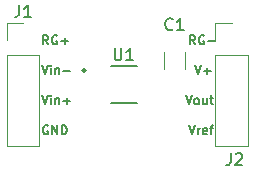
<source format=gbr>
%TF.GenerationSoftware,KiCad,Pcbnew,9.0.2*%
%TF.CreationDate,2025-07-09T22:05:43-04:00*%
%TF.ProjectId,inst_amp_ina333,696e7374-5f61-46d7-905f-696e61333333,rev?*%
%TF.SameCoordinates,Original*%
%TF.FileFunction,Legend,Top*%
%TF.FilePolarity,Positive*%
%FSLAX46Y46*%
G04 Gerber Fmt 4.6, Leading zero omitted, Abs format (unit mm)*
G04 Created by KiCad (PCBNEW 9.0.2) date 2025-07-09 22:05:43*
%MOMM*%
%LPD*%
G01*
G04 APERTURE LIST*
%ADD10C,0.177800*%
%ADD11C,0.150000*%
%ADD12C,0.250000*%
%ADD13C,0.120000*%
G04 APERTURE END LIST*
D10*
X143699544Y-70763499D02*
X143953544Y-71525499D01*
X143953544Y-71525499D02*
X144207544Y-70763499D01*
X144461544Y-71525499D02*
X144461544Y-71017499D01*
X144461544Y-71162642D02*
X144497830Y-71090071D01*
X144497830Y-71090071D02*
X144534116Y-71053785D01*
X144534116Y-71053785D02*
X144606687Y-71017499D01*
X144606687Y-71017499D02*
X144679258Y-71017499D01*
X145223544Y-71489214D02*
X145150972Y-71525499D01*
X145150972Y-71525499D02*
X145005830Y-71525499D01*
X145005830Y-71525499D02*
X144933258Y-71489214D01*
X144933258Y-71489214D02*
X144896972Y-71416642D01*
X144896972Y-71416642D02*
X144896972Y-71126356D01*
X144896972Y-71126356D02*
X144933258Y-71053785D01*
X144933258Y-71053785D02*
X145005830Y-71017499D01*
X145005830Y-71017499D02*
X145150972Y-71017499D01*
X145150972Y-71017499D02*
X145223544Y-71053785D01*
X145223544Y-71053785D02*
X145259830Y-71126356D01*
X145259830Y-71126356D02*
X145259830Y-71198928D01*
X145259830Y-71198928D02*
X144896972Y-71271499D01*
X145477544Y-71017499D02*
X145767830Y-71017499D01*
X145586401Y-71525499D02*
X145586401Y-70872356D01*
X145586401Y-70872356D02*
X145622687Y-70799785D01*
X145622687Y-70799785D02*
X145695258Y-70763499D01*
X145695258Y-70763499D02*
X145767830Y-70763499D01*
X143445544Y-68223499D02*
X143699544Y-68985499D01*
X143699544Y-68985499D02*
X143953544Y-68223499D01*
X144316401Y-68985499D02*
X144243830Y-68949214D01*
X144243830Y-68949214D02*
X144207544Y-68912928D01*
X144207544Y-68912928D02*
X144171258Y-68840356D01*
X144171258Y-68840356D02*
X144171258Y-68622642D01*
X144171258Y-68622642D02*
X144207544Y-68550071D01*
X144207544Y-68550071D02*
X144243830Y-68513785D01*
X144243830Y-68513785D02*
X144316401Y-68477499D01*
X144316401Y-68477499D02*
X144425258Y-68477499D01*
X144425258Y-68477499D02*
X144497830Y-68513785D01*
X144497830Y-68513785D02*
X144534116Y-68550071D01*
X144534116Y-68550071D02*
X144570401Y-68622642D01*
X144570401Y-68622642D02*
X144570401Y-68840356D01*
X144570401Y-68840356D02*
X144534116Y-68912928D01*
X144534116Y-68912928D02*
X144497830Y-68949214D01*
X144497830Y-68949214D02*
X144425258Y-68985499D01*
X144425258Y-68985499D02*
X144316401Y-68985499D01*
X145223545Y-68477499D02*
X145223545Y-68985499D01*
X144896973Y-68477499D02*
X144896973Y-68876642D01*
X144896973Y-68876642D02*
X144933259Y-68949214D01*
X144933259Y-68949214D02*
X145005830Y-68985499D01*
X145005830Y-68985499D02*
X145114687Y-68985499D01*
X145114687Y-68985499D02*
X145187259Y-68949214D01*
X145187259Y-68949214D02*
X145223545Y-68912928D01*
X145477545Y-68477499D02*
X145767831Y-68477499D01*
X145586402Y-68223499D02*
X145586402Y-68876642D01*
X145586402Y-68876642D02*
X145622688Y-68949214D01*
X145622688Y-68949214D02*
X145695259Y-68985499D01*
X145695259Y-68985499D02*
X145767831Y-68985499D01*
X144207544Y-65683499D02*
X144461544Y-66445499D01*
X144461544Y-66445499D02*
X144715544Y-65683499D01*
X144969544Y-66155214D02*
X145550116Y-66155214D01*
X145259830Y-66445499D02*
X145259830Y-65864928D01*
X144243830Y-63905499D02*
X143989830Y-63542642D01*
X143808401Y-63905499D02*
X143808401Y-63143499D01*
X143808401Y-63143499D02*
X144098687Y-63143499D01*
X144098687Y-63143499D02*
X144171258Y-63179785D01*
X144171258Y-63179785D02*
X144207544Y-63216071D01*
X144207544Y-63216071D02*
X144243830Y-63288642D01*
X144243830Y-63288642D02*
X144243830Y-63397499D01*
X144243830Y-63397499D02*
X144207544Y-63470071D01*
X144207544Y-63470071D02*
X144171258Y-63506356D01*
X144171258Y-63506356D02*
X144098687Y-63542642D01*
X144098687Y-63542642D02*
X143808401Y-63542642D01*
X144969544Y-63179785D02*
X144896973Y-63143499D01*
X144896973Y-63143499D02*
X144788115Y-63143499D01*
X144788115Y-63143499D02*
X144679258Y-63179785D01*
X144679258Y-63179785D02*
X144606687Y-63252356D01*
X144606687Y-63252356D02*
X144570401Y-63324928D01*
X144570401Y-63324928D02*
X144534115Y-63470071D01*
X144534115Y-63470071D02*
X144534115Y-63578928D01*
X144534115Y-63578928D02*
X144570401Y-63724071D01*
X144570401Y-63724071D02*
X144606687Y-63796642D01*
X144606687Y-63796642D02*
X144679258Y-63869214D01*
X144679258Y-63869214D02*
X144788115Y-63905499D01*
X144788115Y-63905499D02*
X144860687Y-63905499D01*
X144860687Y-63905499D02*
X144969544Y-63869214D01*
X144969544Y-63869214D02*
X145005830Y-63832928D01*
X145005830Y-63832928D02*
X145005830Y-63578928D01*
X145005830Y-63578928D02*
X144860687Y-63578928D01*
X145332401Y-63615214D02*
X145912973Y-63615214D01*
X131761544Y-70799785D02*
X131688973Y-70763499D01*
X131688973Y-70763499D02*
X131580115Y-70763499D01*
X131580115Y-70763499D02*
X131471258Y-70799785D01*
X131471258Y-70799785D02*
X131398687Y-70872356D01*
X131398687Y-70872356D02*
X131362401Y-70944928D01*
X131362401Y-70944928D02*
X131326115Y-71090071D01*
X131326115Y-71090071D02*
X131326115Y-71198928D01*
X131326115Y-71198928D02*
X131362401Y-71344071D01*
X131362401Y-71344071D02*
X131398687Y-71416642D01*
X131398687Y-71416642D02*
X131471258Y-71489214D01*
X131471258Y-71489214D02*
X131580115Y-71525499D01*
X131580115Y-71525499D02*
X131652687Y-71525499D01*
X131652687Y-71525499D02*
X131761544Y-71489214D01*
X131761544Y-71489214D02*
X131797830Y-71452928D01*
X131797830Y-71452928D02*
X131797830Y-71198928D01*
X131797830Y-71198928D02*
X131652687Y-71198928D01*
X132124401Y-71525499D02*
X132124401Y-70763499D01*
X132124401Y-70763499D02*
X132559830Y-71525499D01*
X132559830Y-71525499D02*
X132559830Y-70763499D01*
X132922687Y-71525499D02*
X132922687Y-70763499D01*
X132922687Y-70763499D02*
X133104116Y-70763499D01*
X133104116Y-70763499D02*
X133212973Y-70799785D01*
X133212973Y-70799785D02*
X133285544Y-70872356D01*
X133285544Y-70872356D02*
X133321830Y-70944928D01*
X133321830Y-70944928D02*
X133358116Y-71090071D01*
X133358116Y-71090071D02*
X133358116Y-71198928D01*
X133358116Y-71198928D02*
X133321830Y-71344071D01*
X133321830Y-71344071D02*
X133285544Y-71416642D01*
X133285544Y-71416642D02*
X133212973Y-71489214D01*
X133212973Y-71489214D02*
X133104116Y-71525499D01*
X133104116Y-71525499D02*
X132922687Y-71525499D01*
X131253544Y-68223499D02*
X131507544Y-68985499D01*
X131507544Y-68985499D02*
X131761544Y-68223499D01*
X132015544Y-68985499D02*
X132015544Y-68477499D01*
X132015544Y-68223499D02*
X131979258Y-68259785D01*
X131979258Y-68259785D02*
X132015544Y-68296071D01*
X132015544Y-68296071D02*
X132051830Y-68259785D01*
X132051830Y-68259785D02*
X132015544Y-68223499D01*
X132015544Y-68223499D02*
X132015544Y-68296071D01*
X132378401Y-68477499D02*
X132378401Y-68985499D01*
X132378401Y-68550071D02*
X132414687Y-68513785D01*
X132414687Y-68513785D02*
X132487258Y-68477499D01*
X132487258Y-68477499D02*
X132596115Y-68477499D01*
X132596115Y-68477499D02*
X132668687Y-68513785D01*
X132668687Y-68513785D02*
X132704973Y-68586356D01*
X132704973Y-68586356D02*
X132704973Y-68985499D01*
X133067830Y-68695214D02*
X133648402Y-68695214D01*
X133358116Y-68985499D02*
X133358116Y-68404928D01*
X131797830Y-63905499D02*
X131543830Y-63542642D01*
X131362401Y-63905499D02*
X131362401Y-63143499D01*
X131362401Y-63143499D02*
X131652687Y-63143499D01*
X131652687Y-63143499D02*
X131725258Y-63179785D01*
X131725258Y-63179785D02*
X131761544Y-63216071D01*
X131761544Y-63216071D02*
X131797830Y-63288642D01*
X131797830Y-63288642D02*
X131797830Y-63397499D01*
X131797830Y-63397499D02*
X131761544Y-63470071D01*
X131761544Y-63470071D02*
X131725258Y-63506356D01*
X131725258Y-63506356D02*
X131652687Y-63542642D01*
X131652687Y-63542642D02*
X131362401Y-63542642D01*
X132523544Y-63179785D02*
X132450973Y-63143499D01*
X132450973Y-63143499D02*
X132342115Y-63143499D01*
X132342115Y-63143499D02*
X132233258Y-63179785D01*
X132233258Y-63179785D02*
X132160687Y-63252356D01*
X132160687Y-63252356D02*
X132124401Y-63324928D01*
X132124401Y-63324928D02*
X132088115Y-63470071D01*
X132088115Y-63470071D02*
X132088115Y-63578928D01*
X132088115Y-63578928D02*
X132124401Y-63724071D01*
X132124401Y-63724071D02*
X132160687Y-63796642D01*
X132160687Y-63796642D02*
X132233258Y-63869214D01*
X132233258Y-63869214D02*
X132342115Y-63905499D01*
X132342115Y-63905499D02*
X132414687Y-63905499D01*
X132414687Y-63905499D02*
X132523544Y-63869214D01*
X132523544Y-63869214D02*
X132559830Y-63832928D01*
X132559830Y-63832928D02*
X132559830Y-63578928D01*
X132559830Y-63578928D02*
X132414687Y-63578928D01*
X132886401Y-63615214D02*
X133466973Y-63615214D01*
X133176687Y-63905499D02*
X133176687Y-63324928D01*
X131253544Y-65683499D02*
X131507544Y-66445499D01*
X131507544Y-66445499D02*
X131761544Y-65683499D01*
X132015544Y-66445499D02*
X132015544Y-65937499D01*
X132015544Y-65683499D02*
X131979258Y-65719785D01*
X131979258Y-65719785D02*
X132015544Y-65756071D01*
X132015544Y-65756071D02*
X132051830Y-65719785D01*
X132051830Y-65719785D02*
X132015544Y-65683499D01*
X132015544Y-65683499D02*
X132015544Y-65756071D01*
X132378401Y-65937499D02*
X132378401Y-66445499D01*
X132378401Y-66010071D02*
X132414687Y-65973785D01*
X132414687Y-65973785D02*
X132487258Y-65937499D01*
X132487258Y-65937499D02*
X132596115Y-65937499D01*
X132596115Y-65937499D02*
X132668687Y-65973785D01*
X132668687Y-65973785D02*
X132704973Y-66046356D01*
X132704973Y-66046356D02*
X132704973Y-66445499D01*
X133067830Y-66155214D02*
X133648402Y-66155214D01*
D11*
X137414095Y-64224819D02*
X137414095Y-65034342D01*
X137414095Y-65034342D02*
X137461714Y-65129580D01*
X137461714Y-65129580D02*
X137509333Y-65177200D01*
X137509333Y-65177200D02*
X137604571Y-65224819D01*
X137604571Y-65224819D02*
X137795047Y-65224819D01*
X137795047Y-65224819D02*
X137890285Y-65177200D01*
X137890285Y-65177200D02*
X137937904Y-65129580D01*
X137937904Y-65129580D02*
X137985523Y-65034342D01*
X137985523Y-65034342D02*
X137985523Y-64224819D01*
X138985523Y-65224819D02*
X138414095Y-65224819D01*
X138699809Y-65224819D02*
X138699809Y-64224819D01*
X138699809Y-64224819D02*
X138604571Y-64367676D01*
X138604571Y-64367676D02*
X138509333Y-64462914D01*
X138509333Y-64462914D02*
X138414095Y-64510533D01*
X147240666Y-73114819D02*
X147240666Y-73829104D01*
X147240666Y-73829104D02*
X147193047Y-73971961D01*
X147193047Y-73971961D02*
X147097809Y-74067200D01*
X147097809Y-74067200D02*
X146954952Y-74114819D01*
X146954952Y-74114819D02*
X146859714Y-74114819D01*
X147669238Y-73210057D02*
X147716857Y-73162438D01*
X147716857Y-73162438D02*
X147812095Y-73114819D01*
X147812095Y-73114819D02*
X148050190Y-73114819D01*
X148050190Y-73114819D02*
X148145428Y-73162438D01*
X148145428Y-73162438D02*
X148193047Y-73210057D01*
X148193047Y-73210057D02*
X148240666Y-73305295D01*
X148240666Y-73305295D02*
X148240666Y-73400533D01*
X148240666Y-73400533D02*
X148193047Y-73543390D01*
X148193047Y-73543390D02*
X147621619Y-74114819D01*
X147621619Y-74114819D02*
X148240666Y-74114819D01*
X129333666Y-60574819D02*
X129333666Y-61289104D01*
X129333666Y-61289104D02*
X129286047Y-61431961D01*
X129286047Y-61431961D02*
X129190809Y-61527200D01*
X129190809Y-61527200D02*
X129047952Y-61574819D01*
X129047952Y-61574819D02*
X128952714Y-61574819D01*
X130333666Y-61574819D02*
X129762238Y-61574819D01*
X130047952Y-61574819D02*
X130047952Y-60574819D01*
X130047952Y-60574819D02*
X129952714Y-60717676D01*
X129952714Y-60717676D02*
X129857476Y-60812914D01*
X129857476Y-60812914D02*
X129762238Y-60860533D01*
X142327333Y-62589580D02*
X142279714Y-62637200D01*
X142279714Y-62637200D02*
X142136857Y-62684819D01*
X142136857Y-62684819D02*
X142041619Y-62684819D01*
X142041619Y-62684819D02*
X141898762Y-62637200D01*
X141898762Y-62637200D02*
X141803524Y-62541961D01*
X141803524Y-62541961D02*
X141755905Y-62446723D01*
X141755905Y-62446723D02*
X141708286Y-62256247D01*
X141708286Y-62256247D02*
X141708286Y-62113390D01*
X141708286Y-62113390D02*
X141755905Y-61922914D01*
X141755905Y-61922914D02*
X141803524Y-61827676D01*
X141803524Y-61827676D02*
X141898762Y-61732438D01*
X141898762Y-61732438D02*
X142041619Y-61684819D01*
X142041619Y-61684819D02*
X142136857Y-61684819D01*
X142136857Y-61684819D02*
X142279714Y-61732438D01*
X142279714Y-61732438D02*
X142327333Y-61780057D01*
X143279714Y-62684819D02*
X142708286Y-62684819D01*
X142994000Y-62684819D02*
X142994000Y-61684819D01*
X142994000Y-61684819D02*
X142898762Y-61827676D01*
X142898762Y-61827676D02*
X142803524Y-61922914D01*
X142803524Y-61922914D02*
X142708286Y-61970533D01*
%TO.C,U1*%
X137076000Y-65760001D02*
X139276000Y-65760001D01*
X137076000Y-68859999D02*
X139276000Y-68859999D01*
D12*
X134951000Y-66110000D02*
G75*
G02*
X134700998Y-66110000I-125001J0D01*
G01*
X134700998Y-66110000D02*
G75*
G02*
X134951000Y-66110000I125001J0D01*
G01*
D13*
%TO.C,J2*%
X145940000Y-62120000D02*
X147320000Y-62120000D01*
X145940000Y-63500000D02*
X145940000Y-62120000D01*
X145940000Y-64770000D02*
X145940000Y-72500000D01*
X145940000Y-64770000D02*
X148700000Y-64770000D01*
X145940000Y-72500000D02*
X148700000Y-72500000D01*
X148700000Y-64770000D02*
X148700000Y-72500000D01*
%TO.C,J1*%
X128287000Y-62120000D02*
X129667000Y-62120000D01*
X128287000Y-63500000D02*
X128287000Y-62120000D01*
X128287000Y-64770000D02*
X128287000Y-72500000D01*
X128287000Y-64770000D02*
X131047000Y-64770000D01*
X128287000Y-72500000D02*
X131047000Y-72500000D01*
X131047000Y-64770000D02*
X131047000Y-72500000D01*
%TO.C,C1*%
X143404000Y-64566748D02*
X143404000Y-65989252D01*
X141584000Y-64566748D02*
X141584000Y-65989252D01*
%TD*%
M02*

</source>
